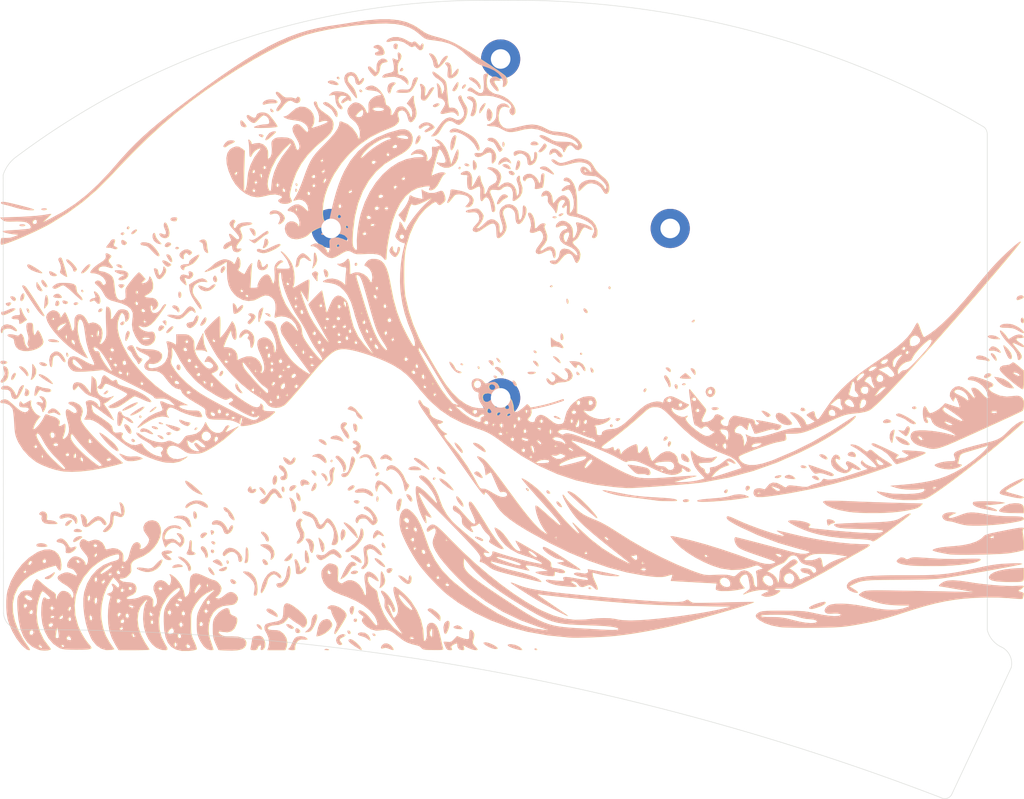
<source format=kicad_pcb>
(kicad_pcb (version 20230517) (generator pcbnew)
  (layers (0 "F.Cu" signal) (31 "B.Cu" signal) (34 "B.Paste" user) (35 "F.Paste" user) (36 "B.SilkS" user "B.Silkscreen") (37 "F.SilkS" user "F.Silkscreen") (38 "B.Mask" user) (39 "F.Mask" user) (44 "Edge.Cuts" user))
  (net 0 "")
  (footprint "LOGO" (layer "F.Cu") (at 69.652089 50.051717)
    (fp_text reference "G***1" hide)
    (fp_text value "LOGO" hide)
  )
  (footprint "kbd:Tenting_Puck2" (layer "F.Cu") (at 68.280606 38.5986)
    (fp_text reference "REF**")
    (fp_text value "Tenting Puck")
    (pad "1" thru_hole circle (at -19.05 0) (size 4.4 4.4) (drill 2.2) (layers "*.Cu" "*.Mask"))
    (pad "1" thru_hole circle (at 0 -19.05) (size 4.4 4.4) (drill 2.2) (layers "*.Cu" "*.Mask"))
    (pad "1" thru_hole circle (at 0 19.05) (size 4.4 4.4) (drill 2.2) (layers "*.Cu" "*.Mask"))
    (pad "1" thru_hole circle (at 19.05 0) (size 4.4 4.4) (drill 2.2) (layers "*.Cu" "*.Mask"))
  )
  (footprint "LOGO" (layer "B.Cu") (at 69.596 50.038 180)
    (fp_text reference "G***" hide)
    (fp_text value "LOGO" hide)
  )
  (gr_arc (start 68.080607 12.956108) (mid 96.302006 16.360218) (end 122.580605 27.1986) (stroke (width 0.05)) (layer "Edge.Cuts"))
  (gr_arc (start 124.48362 85.620761) (mid 123.497026 84.832924) (end 122.942605 83.698599) (stroke (width 0.05)) (layer "Edge.Cuts"))
  (gr_arc (start 124.48362 85.620761) (mid 125.482136 86.5885) (end 125.63362 87.97076) (stroke (width 0.05)) (layer "Edge.Cuts"))
  (gr_arc (start 13.8176 30.5816) (mid 39.482162 17.252631) (end 68.080607 12.956108) (stroke (width 0.05)) (layer "Edge.Cuts"))
  (gr_arc (start 14.468605 83.699722) (mid 13.081165 83.190716) (end 12.430857 81.863623) (stroke (width 0.05)) (layer "Edge.Cuts"))
  (gr_arc (start 122.580605 27.1986) (mid 122.85051 27.560444) (end 122.942606 28.002373) (stroke (width 0.05)) (layer "Edge.Cuts"))
  (gr_line (start 122.942606 28.002373) (end 122.942605 83.698599) (stroke (width 0.05)) (layer "Edge.Cuts"))
  (gr_arc (start 14.468605 83.699722) (mid 66.98266 88.324255) (end 117.736397 102.578041) (stroke (width 0.05)) (layer "Edge.Cuts"))
  (gr_arc (start 118.943224 102.243834) (mid 118.410088 102.664682) (end 117.736397 102.578041) (stroke (width 0.05)) (layer "Edge.Cuts"))
  (gr_arc (start 12.390658 32.595304) (mid 12.947526 31.47748) (end 13.8176 30.5816) (stroke (width 0.05)) (layer "Edge.Cuts"))
  (gr_line (start 12.390658 32.595304) (end 12.430857 81.863623) (stroke (width 0.05)) (layer "Edge.Cuts"))
  (gr_line (start 125.63362 87.97076) (end 118.943224 102.243834) (stroke (width 0.05)) (layer "Edge.Cuts"))
)
</source>
